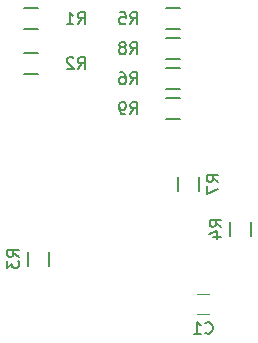
<source format=gbr>
G04 #@! TF.FileFunction,Legend,Bot*
%FSLAX46Y46*%
G04 Gerber Fmt 4.6, Leading zero omitted, Abs format (unit mm)*
G04 Created by KiCad (PCBNEW 4.0.5) date 02/08/17 01:10:26*
%MOMM*%
%LPD*%
G01*
G04 APERTURE LIST*
%ADD10C,0.100000*%
%ADD11C,0.120000*%
%ADD12C,0.150000*%
G04 APERTURE END LIST*
D10*
D11*
X159250000Y-104990000D02*
X158250000Y-104990000D01*
X158250000Y-103290000D02*
X159250000Y-103290000D01*
D12*
X143545000Y-80885000D02*
X144745000Y-80885000D01*
X144745000Y-79135000D02*
X143545000Y-79135000D01*
X143545000Y-84695000D02*
X144745000Y-84695000D01*
X144745000Y-82945000D02*
X143545000Y-82945000D01*
X145655000Y-100930000D02*
X145655000Y-99730000D01*
X143905000Y-99730000D02*
X143905000Y-100930000D01*
X162800000Y-98390000D02*
X162800000Y-97190000D01*
X161050000Y-97190000D02*
X161050000Y-98390000D01*
X156810000Y-79135000D02*
X155610000Y-79135000D01*
X155610000Y-80885000D02*
X156810000Y-80885000D01*
X156810000Y-84215000D02*
X155610000Y-84215000D01*
X155610000Y-85965000D02*
X156810000Y-85965000D01*
X156605000Y-93380000D02*
X156605000Y-94580000D01*
X158355000Y-94580000D02*
X158355000Y-93380000D01*
X156810000Y-81675000D02*
X155610000Y-81675000D01*
X155610000Y-83425000D02*
X156810000Y-83425000D01*
X156810000Y-86755000D02*
X155610000Y-86755000D01*
X155610000Y-88505000D02*
X156810000Y-88505000D01*
X158916666Y-106597143D02*
X158964285Y-106644762D01*
X159107142Y-106692381D01*
X159202380Y-106692381D01*
X159345238Y-106644762D01*
X159440476Y-106549524D01*
X159488095Y-106454286D01*
X159535714Y-106263810D01*
X159535714Y-106120952D01*
X159488095Y-105930476D01*
X159440476Y-105835238D01*
X159345238Y-105740000D01*
X159202380Y-105692381D01*
X159107142Y-105692381D01*
X158964285Y-105740000D01*
X158916666Y-105787619D01*
X157964285Y-106692381D02*
X158535714Y-106692381D01*
X158250000Y-106692381D02*
X158250000Y-105692381D01*
X158345238Y-105835238D01*
X158440476Y-105930476D01*
X158535714Y-105978095D01*
X148121666Y-80462381D02*
X148455000Y-79986190D01*
X148693095Y-80462381D02*
X148693095Y-79462381D01*
X148312142Y-79462381D01*
X148216904Y-79510000D01*
X148169285Y-79557619D01*
X148121666Y-79652857D01*
X148121666Y-79795714D01*
X148169285Y-79890952D01*
X148216904Y-79938571D01*
X148312142Y-79986190D01*
X148693095Y-79986190D01*
X147169285Y-80462381D02*
X147740714Y-80462381D01*
X147455000Y-80462381D02*
X147455000Y-79462381D01*
X147550238Y-79605238D01*
X147645476Y-79700476D01*
X147740714Y-79748095D01*
X148121666Y-84272381D02*
X148455000Y-83796190D01*
X148693095Y-84272381D02*
X148693095Y-83272381D01*
X148312142Y-83272381D01*
X148216904Y-83320000D01*
X148169285Y-83367619D01*
X148121666Y-83462857D01*
X148121666Y-83605714D01*
X148169285Y-83700952D01*
X148216904Y-83748571D01*
X148312142Y-83796190D01*
X148693095Y-83796190D01*
X147740714Y-83367619D02*
X147693095Y-83320000D01*
X147597857Y-83272381D01*
X147359761Y-83272381D01*
X147264523Y-83320000D01*
X147216904Y-83367619D01*
X147169285Y-83462857D01*
X147169285Y-83558095D01*
X147216904Y-83700952D01*
X147788333Y-84272381D01*
X147169285Y-84272381D01*
X143132381Y-100163334D02*
X142656190Y-99830000D01*
X143132381Y-99591905D02*
X142132381Y-99591905D01*
X142132381Y-99972858D01*
X142180000Y-100068096D01*
X142227619Y-100115715D01*
X142322857Y-100163334D01*
X142465714Y-100163334D01*
X142560952Y-100115715D01*
X142608571Y-100068096D01*
X142656190Y-99972858D01*
X142656190Y-99591905D01*
X142132381Y-100496667D02*
X142132381Y-101115715D01*
X142513333Y-100782381D01*
X142513333Y-100925239D01*
X142560952Y-101020477D01*
X142608571Y-101068096D01*
X142703810Y-101115715D01*
X142941905Y-101115715D01*
X143037143Y-101068096D01*
X143084762Y-101020477D01*
X143132381Y-100925239D01*
X143132381Y-100639524D01*
X143084762Y-100544286D01*
X143037143Y-100496667D01*
X160277381Y-97623334D02*
X159801190Y-97290000D01*
X160277381Y-97051905D02*
X159277381Y-97051905D01*
X159277381Y-97432858D01*
X159325000Y-97528096D01*
X159372619Y-97575715D01*
X159467857Y-97623334D01*
X159610714Y-97623334D01*
X159705952Y-97575715D01*
X159753571Y-97528096D01*
X159801190Y-97432858D01*
X159801190Y-97051905D01*
X159610714Y-98480477D02*
X160277381Y-98480477D01*
X159229762Y-98242381D02*
X159944048Y-98004286D01*
X159944048Y-98623334D01*
X152566666Y-80462381D02*
X152900000Y-79986190D01*
X153138095Y-80462381D02*
X153138095Y-79462381D01*
X152757142Y-79462381D01*
X152661904Y-79510000D01*
X152614285Y-79557619D01*
X152566666Y-79652857D01*
X152566666Y-79795714D01*
X152614285Y-79890952D01*
X152661904Y-79938571D01*
X152757142Y-79986190D01*
X153138095Y-79986190D01*
X151661904Y-79462381D02*
X152138095Y-79462381D01*
X152185714Y-79938571D01*
X152138095Y-79890952D01*
X152042857Y-79843333D01*
X151804761Y-79843333D01*
X151709523Y-79890952D01*
X151661904Y-79938571D01*
X151614285Y-80033810D01*
X151614285Y-80271905D01*
X151661904Y-80367143D01*
X151709523Y-80414762D01*
X151804761Y-80462381D01*
X152042857Y-80462381D01*
X152138095Y-80414762D01*
X152185714Y-80367143D01*
X152566666Y-85542381D02*
X152900000Y-85066190D01*
X153138095Y-85542381D02*
X153138095Y-84542381D01*
X152757142Y-84542381D01*
X152661904Y-84590000D01*
X152614285Y-84637619D01*
X152566666Y-84732857D01*
X152566666Y-84875714D01*
X152614285Y-84970952D01*
X152661904Y-85018571D01*
X152757142Y-85066190D01*
X153138095Y-85066190D01*
X151709523Y-84542381D02*
X151900000Y-84542381D01*
X151995238Y-84590000D01*
X152042857Y-84637619D01*
X152138095Y-84780476D01*
X152185714Y-84970952D01*
X152185714Y-85351905D01*
X152138095Y-85447143D01*
X152090476Y-85494762D01*
X151995238Y-85542381D01*
X151804761Y-85542381D01*
X151709523Y-85494762D01*
X151661904Y-85447143D01*
X151614285Y-85351905D01*
X151614285Y-85113810D01*
X151661904Y-85018571D01*
X151709523Y-84970952D01*
X151804761Y-84923333D01*
X151995238Y-84923333D01*
X152090476Y-84970952D01*
X152138095Y-85018571D01*
X152185714Y-85113810D01*
X160032381Y-93813334D02*
X159556190Y-93480000D01*
X160032381Y-93241905D02*
X159032381Y-93241905D01*
X159032381Y-93622858D01*
X159080000Y-93718096D01*
X159127619Y-93765715D01*
X159222857Y-93813334D01*
X159365714Y-93813334D01*
X159460952Y-93765715D01*
X159508571Y-93718096D01*
X159556190Y-93622858D01*
X159556190Y-93241905D01*
X159032381Y-94146667D02*
X159032381Y-94813334D01*
X160032381Y-94384762D01*
X152566666Y-83002381D02*
X152900000Y-82526190D01*
X153138095Y-83002381D02*
X153138095Y-82002381D01*
X152757142Y-82002381D01*
X152661904Y-82050000D01*
X152614285Y-82097619D01*
X152566666Y-82192857D01*
X152566666Y-82335714D01*
X152614285Y-82430952D01*
X152661904Y-82478571D01*
X152757142Y-82526190D01*
X153138095Y-82526190D01*
X151995238Y-82430952D02*
X152090476Y-82383333D01*
X152138095Y-82335714D01*
X152185714Y-82240476D01*
X152185714Y-82192857D01*
X152138095Y-82097619D01*
X152090476Y-82050000D01*
X151995238Y-82002381D01*
X151804761Y-82002381D01*
X151709523Y-82050000D01*
X151661904Y-82097619D01*
X151614285Y-82192857D01*
X151614285Y-82240476D01*
X151661904Y-82335714D01*
X151709523Y-82383333D01*
X151804761Y-82430952D01*
X151995238Y-82430952D01*
X152090476Y-82478571D01*
X152138095Y-82526190D01*
X152185714Y-82621429D01*
X152185714Y-82811905D01*
X152138095Y-82907143D01*
X152090476Y-82954762D01*
X151995238Y-83002381D01*
X151804761Y-83002381D01*
X151709523Y-82954762D01*
X151661904Y-82907143D01*
X151614285Y-82811905D01*
X151614285Y-82621429D01*
X151661904Y-82526190D01*
X151709523Y-82478571D01*
X151804761Y-82430952D01*
X152566666Y-88082381D02*
X152900000Y-87606190D01*
X153138095Y-88082381D02*
X153138095Y-87082381D01*
X152757142Y-87082381D01*
X152661904Y-87130000D01*
X152614285Y-87177619D01*
X152566666Y-87272857D01*
X152566666Y-87415714D01*
X152614285Y-87510952D01*
X152661904Y-87558571D01*
X152757142Y-87606190D01*
X153138095Y-87606190D01*
X152090476Y-88082381D02*
X151900000Y-88082381D01*
X151804761Y-88034762D01*
X151757142Y-87987143D01*
X151661904Y-87844286D01*
X151614285Y-87653810D01*
X151614285Y-87272857D01*
X151661904Y-87177619D01*
X151709523Y-87130000D01*
X151804761Y-87082381D01*
X151995238Y-87082381D01*
X152090476Y-87130000D01*
X152138095Y-87177619D01*
X152185714Y-87272857D01*
X152185714Y-87510952D01*
X152138095Y-87606190D01*
X152090476Y-87653810D01*
X151995238Y-87701429D01*
X151804761Y-87701429D01*
X151709523Y-87653810D01*
X151661904Y-87606190D01*
X151614285Y-87510952D01*
M02*

</source>
